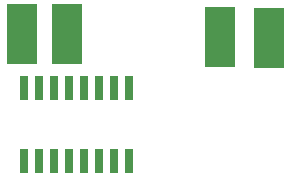
<source format=gbr>
G04 EAGLE Gerber RS-274X export*
G75*
%MOMM*%
%FSLAX34Y34*%
%LPD*%
%INSolderpaste Top*%
%IPPOS*%
%AMOC8*
5,1,8,0,0,1.08239X$1,22.5*%
G01*
%ADD10R,0.660400X2.032000*%
%ADD11R,2.540000X5.080000*%


D10*
X19650Y20666D03*
X19650Y82134D03*
X32350Y20666D03*
X45050Y20666D03*
X32350Y82134D03*
X45050Y82134D03*
X57750Y20666D03*
X57750Y82134D03*
X70450Y20666D03*
X70450Y82134D03*
X83150Y20666D03*
X95850Y20666D03*
X83150Y82134D03*
X95850Y82134D03*
X108550Y20666D03*
X108550Y82134D03*
D11*
X227100Y124900D03*
X56400Y127600D03*
X185900Y125300D03*
X18300Y127600D03*
M02*

</source>
